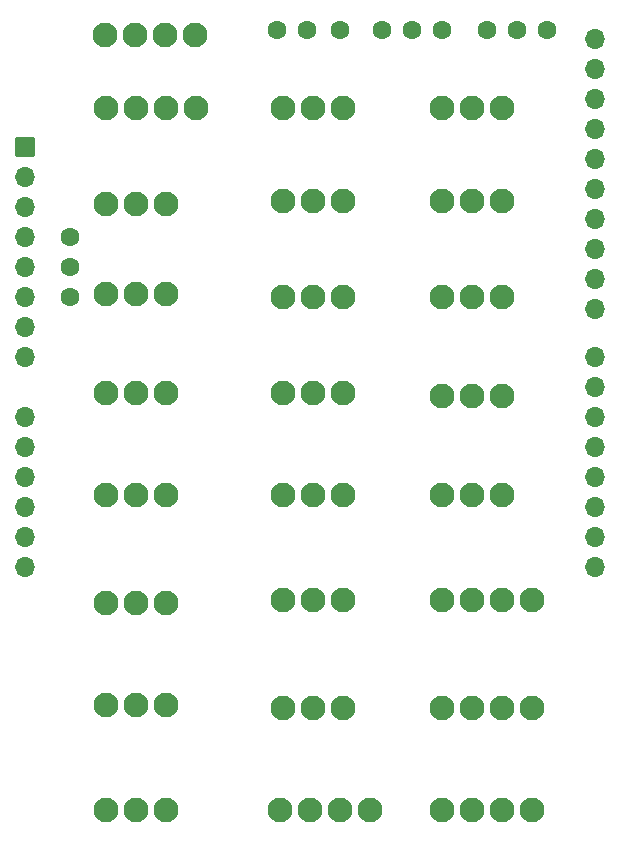
<source format=gbr>
%TF.GenerationSoftware,KiCad,Pcbnew,7.0.8*%
%TF.CreationDate,2023-10-22T09:09:43+02:00*%
%TF.ProjectId,Wemos UNO,57656d6f-7320-4554-9e4f-2e6b69636164,rev?*%
%TF.SameCoordinates,Original*%
%TF.FileFunction,Soldermask,Top*%
%TF.FilePolarity,Negative*%
%FSLAX46Y46*%
G04 Gerber Fmt 4.6, Leading zero omitted, Abs format (unit mm)*
G04 Created by KiCad (PCBNEW 7.0.8) date 2023-10-22 09:09:43*
%MOMM*%
%LPD*%
G01*
G04 APERTURE LIST*
G04 Aperture macros list*
%AMRoundRect*
0 Rectangle with rounded corners*
0 $1 Rounding radius*
0 $2 $3 $4 $5 $6 $7 $8 $9 X,Y pos of 4 corners*
0 Add a 4 corners polygon primitive as box body*
4,1,4,$2,$3,$4,$5,$6,$7,$8,$9,$2,$3,0*
0 Add four circle primitives for the rounded corners*
1,1,$1+$1,$2,$3*
1,1,$1+$1,$4,$5*
1,1,$1+$1,$6,$7*
1,1,$1+$1,$8,$9*
0 Add four rect primitives between the rounded corners*
20,1,$1+$1,$2,$3,$4,$5,0*
20,1,$1+$1,$4,$5,$6,$7,0*
20,1,$1+$1,$6,$7,$8,$9,0*
20,1,$1+$1,$8,$9,$2,$3,0*%
G04 Aperture macros list end*
%ADD10C,1.600000*%
%ADD11O,1.700000X1.700000*%
%ADD12RoundRect,0.050000X0.800000X0.800000X-0.800000X0.800000X-0.800000X-0.800000X0.800000X-0.800000X0*%
%ADD13C,2.100000*%
G04 APERTURE END LIST*
D10*
%TO.C,LP_rund*%
X155448000Y-46990000D03*
%TD*%
%TO.C,LP_rund*%
X152908000Y-46990000D03*
%TD*%
%TO.C,LP_rund*%
X150368000Y-46990000D03*
%TD*%
%TO.C,LP_rund*%
X146558000Y-46990000D03*
%TD*%
%TO.C,LP_rund*%
X144018000Y-46990000D03*
%TD*%
%TO.C,LP_rund*%
X141478000Y-46990000D03*
%TD*%
%TO.C,LP_rund*%
X137922000Y-46990000D03*
%TD*%
%TO.C,LP_rund*%
X135128000Y-46990000D03*
%TD*%
%TO.C,LP_rund*%
X132588000Y-46990000D03*
%TD*%
%TO.C,LP_rund*%
X115062000Y-69596000D03*
%TD*%
%TO.C,LP_rund*%
X115062000Y-67056000D03*
%TD*%
%TO.C,LP_rund*%
X115062000Y-64516000D03*
%TD*%
D11*
%TO.C,A1*%
X159512000Y-47756000D03*
X159512000Y-50296000D03*
D12*
X111252000Y-56896000D03*
D11*
X159512000Y-87376000D03*
X111252000Y-59436000D03*
X159512000Y-84836000D03*
X111252000Y-61976000D03*
X159512000Y-82296000D03*
X111252000Y-64516000D03*
X159512000Y-79756000D03*
X111252000Y-67056000D03*
X159512000Y-77216000D03*
X111252000Y-69596000D03*
X159512000Y-74676000D03*
X111252000Y-72136000D03*
X159512000Y-70616000D03*
X111252000Y-74676000D03*
X159512000Y-68076000D03*
X111252000Y-79756000D03*
X159512000Y-65536000D03*
X111252000Y-82296000D03*
X159512000Y-62996000D03*
X111252000Y-84836000D03*
X159512000Y-60456000D03*
X111252000Y-87376000D03*
X159512000Y-57916000D03*
X111252000Y-89916000D03*
X159512000Y-55376000D03*
X111252000Y-92456000D03*
X159512000Y-52836000D03*
X159512000Y-92456000D03*
X159512000Y-89916000D03*
%TD*%
D13*
%TO.C,G V SCL SDA*%
X125700000Y-47444000D03*
X123160000Y-47444000D03*
X120620000Y-47444000D03*
X118080000Y-47444000D03*
%TD*%
%TO.C,IO02*%
X123190000Y-69342000D03*
X120650000Y-69342000D03*
X118110000Y-69342000D03*
%TD*%
%TO.C,IO26*%
X151638000Y-86360000D03*
X149098000Y-86360000D03*
X146558000Y-86360000D03*
%TD*%
%TO.C,IO25*%
X146558000Y-77978000D03*
X149098000Y-77978000D03*
X151638000Y-77978000D03*
%TD*%
%TO.C,IO17*%
X151638000Y-69596000D03*
X149098000Y-69596000D03*
X146558000Y-69596000D03*
%TD*%
%TO.C,IO16*%
X146558000Y-61468000D03*
X149098000Y-61468000D03*
X151638000Y-61468000D03*
%TD*%
%TO.C,IO27|*%
X151638000Y-53594000D03*
X149098000Y-53594000D03*
X146558000Y-53594000D03*
%TD*%
%TO.C,IO14*%
X133096000Y-69596000D03*
X135636000Y-69596000D03*
X138176000Y-69596000D03*
%TD*%
%TO.C,IO12*%
X133096000Y-61468000D03*
X135636000Y-61468000D03*
X138176000Y-61468000D03*
%TD*%
%TO.C,IO13|*%
X138176000Y-53594000D03*
X135636000Y-53594000D03*
X133096000Y-53594000D03*
%TD*%
%TO.C,IO05*%
X133096000Y-104394000D03*
X135636000Y-104394000D03*
X138176000Y-104394000D03*
%TD*%
%TO.C,IO23*%
X138176000Y-95250000D03*
X135636000Y-95250000D03*
X133096000Y-95250000D03*
%TD*%
%TO.C,IO19*%
X133096000Y-86360000D03*
X135636000Y-86360000D03*
X138176000Y-86360000D03*
%TD*%
%TO.C,IO18*%
X138176000Y-77724000D03*
X135636000Y-77724000D03*
X133096000Y-77724000D03*
%TD*%
%TO.C,GND*%
X146558000Y-113030000D03*
X149098000Y-113030000D03*
X151638000Y-113030000D03*
X154178000Y-113030000D03*
%TD*%
%TO.C,5V*%
X140462000Y-113030000D03*
X137922000Y-113030000D03*
X135382000Y-113030000D03*
X132842000Y-113030000D03*
%TD*%
%TO.C,3.3V*%
X146558000Y-104394000D03*
X149098000Y-104394000D03*
X151638000Y-104394000D03*
X154178000Y-104394000D03*
%TD*%
%TO.C,G RST V*%
X118110000Y-61722000D03*
X120650000Y-61722000D03*
X123190000Y-61722000D03*
%TD*%
%TO.C,IO04*%
X123190000Y-77724000D03*
X120650000Y-77724000D03*
X118110000Y-77724000D03*
%TD*%
%TO.C,IO35*%
X118110000Y-86360000D03*
X120650000Y-86360000D03*
X123190000Y-86360000D03*
%TD*%
%TO.C,IO34*%
X123190000Y-95504000D03*
X120650000Y-95504000D03*
X118110000Y-95504000D03*
%TD*%
%TO.C,IO36*%
X118110000Y-104140000D03*
X120650000Y-104140000D03*
X123190000Y-104140000D03*
%TD*%
%TO.C,IO39*%
X123190000Y-113030000D03*
X120650000Y-113030000D03*
X118110000Y-113030000D03*
%TD*%
%TO.C,G V SCL SDA*%
X118110000Y-53594000D03*
X120650000Y-53594000D03*
X123190000Y-53594000D03*
X125730000Y-53594000D03*
%TD*%
%TO.C,Rx Tx*%
X154178000Y-95250000D03*
X151638000Y-95250000D03*
X149098000Y-95250000D03*
X146558000Y-95250000D03*
%TD*%
M02*

</source>
